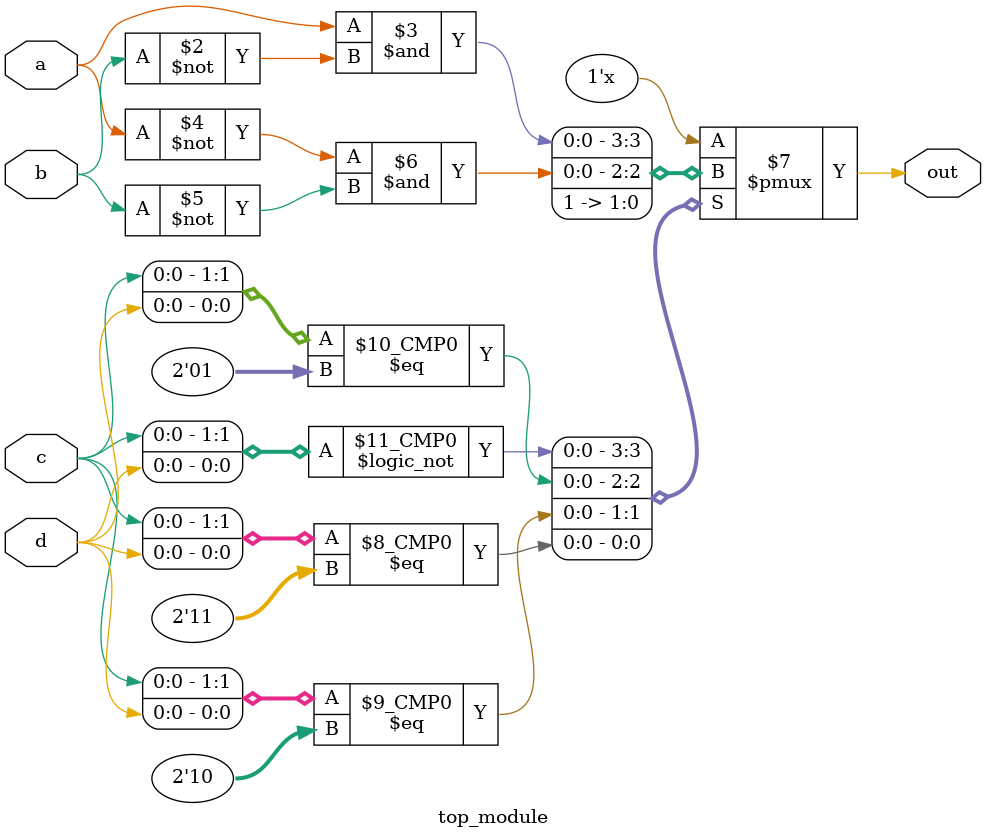
<source format=sv>
module top_module (
    input a, 
    input b,
    input c,
    input d,
    output reg out
);

always @(*) begin
    case ({c, d})
        2'b00: out = a & ~b;
        2'b01: out = ~a & ~b;
        2'b10: out = 1'b1;
        2'b11: out = 1'b1;
    endcase
end

endmodule

</source>
